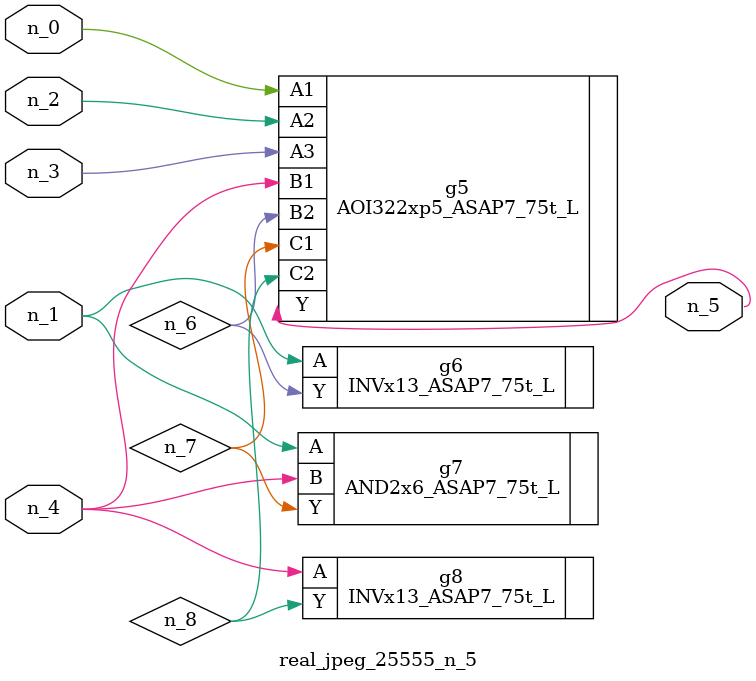
<source format=v>
module real_jpeg_25555_n_5 (n_4, n_0, n_1, n_2, n_3, n_5);

input n_4;
input n_0;
input n_1;
input n_2;
input n_3;

output n_5;

wire n_8;
wire n_6;
wire n_7;

AOI322xp5_ASAP7_75t_L g5 ( 
.A1(n_0),
.A2(n_2),
.A3(n_3),
.B1(n_4),
.B2(n_6),
.C1(n_7),
.C2(n_8),
.Y(n_5)
);

INVx13_ASAP7_75t_L g6 ( 
.A(n_1),
.Y(n_6)
);

AND2x6_ASAP7_75t_L g7 ( 
.A(n_1),
.B(n_4),
.Y(n_7)
);

INVx13_ASAP7_75t_L g8 ( 
.A(n_4),
.Y(n_8)
);


endmodule
</source>
